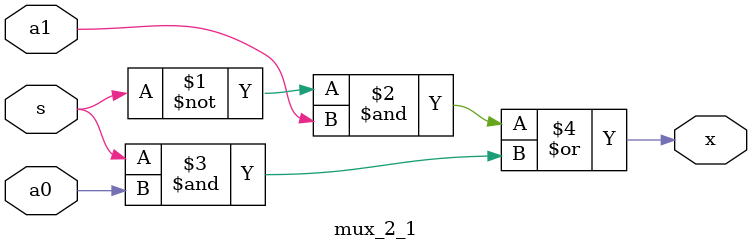
<source format=v>
`timescale 1ns / 1ps
module mux_2_1(
 input a1, a0,
 input s,
 output x
 );
 assign x=(~s&a1)|(s&a0);
endmodule

</source>
